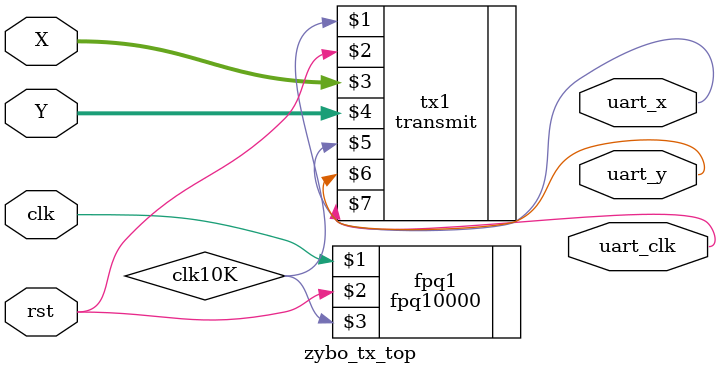
<source format=v>
`timescale 1ns / 1ps


module zybo_tx_top(
    input clk,
    input rst,
    input [9:0] X,Y,
    output uart_x,
    output uart_y,
    output uart_clk
    );
wire clk10K;
fpq10000 fpq1(clk,rst,clk10K);
transmit tx1(clk10K,rst,X,Y,uart_x,uart_y,uart_clk);
endmodule

</source>
